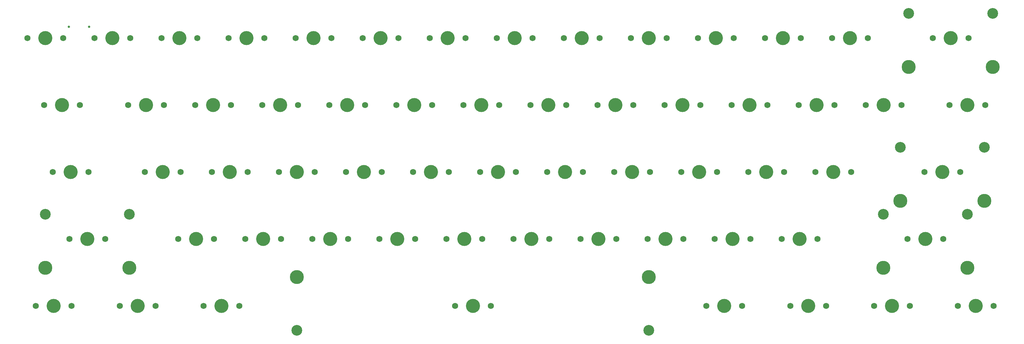
<source format=gbr>
%TF.GenerationSoftware,KiCad,Pcbnew,8.0.3*%
%TF.CreationDate,2024-12-09T14:43:39+08:00*%
%TF.ProjectId,PH60_Rev3,50483630-5f52-4657-9633-2e6b69636164,rev?*%
%TF.SameCoordinates,Original*%
%TF.FileFunction,NonPlated,1,2,NPTH,Drill*%
%TF.FilePolarity,Positive*%
%FSLAX46Y46*%
G04 Gerber Fmt 4.6, Leading zero omitted, Abs format (unit mm)*
G04 Created by KiCad (PCBNEW 8.0.3) date 2024-12-09 14:43:39*
%MOMM*%
%LPD*%
G01*
G04 APERTURE LIST*
%TA.AperFunction,ComponentDrill*%
%ADD10C,0.650000*%
%TD*%
%TA.AperFunction,ComponentDrill*%
%ADD11C,1.750000*%
%TD*%
%TA.AperFunction,ComponentDrill*%
%ADD12C,3.048000*%
%TD*%
%TA.AperFunction,ComponentDrill*%
%ADD13C,3.987800*%
%TD*%
%TA.AperFunction,ComponentDrill*%
%ADD14C,4.000000*%
%TD*%
G04 APERTURE END LIST*
D10*
%TO.C,J1*%
X44735000Y-34855000D03*
X50515000Y-34855000D03*
D11*
%TO.C,S1*%
X33020000Y-38100000D03*
%TO.C,S54*%
X35401250Y-114300000D03*
%TO.C,S15*%
X37782500Y-57150000D03*
%TO.C,S29*%
X40163750Y-76200000D03*
%TO.C,S1*%
X43180000Y-38100000D03*
%TO.C,S42*%
X44926250Y-95250000D03*
%TO.C,S54*%
X45561250Y-114300000D03*
%TO.C,S15*%
X47942500Y-57150000D03*
%TO.C,S29*%
X50323750Y-76200000D03*
%TO.C,S2*%
X52070000Y-38100000D03*
%TO.C,S42*%
X55086250Y-95250000D03*
%TO.C,S55*%
X59213750Y-114300000D03*
%TO.C,S16*%
X61595000Y-57150000D03*
%TO.C,S2*%
X62230000Y-38100000D03*
%TO.C,S30*%
X66357500Y-76200000D03*
%TO.C,S55*%
X69373750Y-114300000D03*
%TO.C,S3*%
X71120000Y-38100000D03*
%TO.C,S16*%
X71755000Y-57150000D03*
%TO.C,S43*%
X75882500Y-95250000D03*
%TO.C,S30*%
X76517500Y-76200000D03*
%TO.C,S17*%
X80645000Y-57150000D03*
%TO.C,S3*%
X81280000Y-38100000D03*
%TO.C,S56*%
X83026250Y-114300000D03*
%TO.C,S31*%
X85407500Y-76200000D03*
%TO.C,S43*%
X86042500Y-95250000D03*
%TO.C,S4*%
X90170000Y-38100000D03*
%TO.C,S17*%
X90805000Y-57150000D03*
%TO.C,S56*%
X93186250Y-114300000D03*
%TO.C,S44*%
X94932500Y-95250000D03*
%TO.C,S31*%
X95567500Y-76200000D03*
%TO.C,S18*%
X99695000Y-57150000D03*
%TO.C,S4*%
X100330000Y-38100000D03*
%TO.C,S32*%
X104457500Y-76200000D03*
%TO.C,S44*%
X105092500Y-95250000D03*
%TO.C,S5*%
X109220000Y-38100000D03*
%TO.C,S18*%
X109855000Y-57150000D03*
%TO.C,S45*%
X113982500Y-95250000D03*
%TO.C,S32*%
X114617500Y-76200000D03*
%TO.C,S19*%
X118745000Y-57150000D03*
%TO.C,S5*%
X119380000Y-38100000D03*
%TO.C,S33*%
X123507500Y-76200000D03*
%TO.C,S45*%
X124142500Y-95250000D03*
%TO.C,S6*%
X128270000Y-38100000D03*
%TO.C,S19*%
X128905000Y-57150000D03*
%TO.C,S46*%
X133032500Y-95250000D03*
%TO.C,S33*%
X133667500Y-76200000D03*
%TO.C,S20*%
X137795000Y-57150000D03*
%TO.C,S6*%
X138430000Y-38100000D03*
%TO.C,S34*%
X142557500Y-76200000D03*
%TO.C,S46*%
X143192500Y-95250000D03*
%TO.C,S7*%
X147320000Y-38100000D03*
%TO.C,S20*%
X147955000Y-57150000D03*
%TO.C,S47*%
X152082500Y-95250000D03*
%TO.C,S34*%
X152717500Y-76200000D03*
%TO.C,S57*%
X154463750Y-114300000D03*
%TO.C,S21*%
X156845000Y-57150000D03*
%TO.C,S7*%
X157480000Y-38100000D03*
%TO.C,S35*%
X161607500Y-76200000D03*
%TO.C,S47*%
X162242500Y-95250000D03*
%TO.C,S57*%
X164623750Y-114300000D03*
%TO.C,S8*%
X166370000Y-38100000D03*
%TO.C,S21*%
X167005000Y-57150000D03*
%TO.C,S48*%
X171132500Y-95250000D03*
%TO.C,S35*%
X171767500Y-76200000D03*
%TO.C,S22*%
X175895000Y-57150000D03*
%TO.C,S8*%
X176530000Y-38100000D03*
%TO.C,S36*%
X180657500Y-76200000D03*
%TO.C,S48*%
X181292500Y-95250000D03*
%TO.C,S9*%
X185420000Y-38100000D03*
%TO.C,S22*%
X186055000Y-57150000D03*
%TO.C,S49*%
X190182500Y-95250000D03*
%TO.C,S36*%
X190817500Y-76200000D03*
%TO.C,S23*%
X194945000Y-57150000D03*
%TO.C,S9*%
X195580000Y-38100000D03*
%TO.C,S37*%
X199707500Y-76200000D03*
%TO.C,S49*%
X200342500Y-95250000D03*
%TO.C,S10*%
X204470000Y-38100000D03*
%TO.C,S23*%
X205105000Y-57150000D03*
%TO.C,S50*%
X209232500Y-95250000D03*
%TO.C,S37*%
X209867500Y-76200000D03*
%TO.C,S24*%
X213995000Y-57150000D03*
%TO.C,S10*%
X214630000Y-38100000D03*
%TO.C,S38*%
X218757500Y-76200000D03*
%TO.C,S50*%
X219392500Y-95250000D03*
%TO.C,S11*%
X223520000Y-38100000D03*
%TO.C,S24*%
X224155000Y-57150000D03*
%TO.C,S58*%
X225901250Y-114300000D03*
%TO.C,S51*%
X228282500Y-95250000D03*
%TO.C,S38*%
X228917500Y-76200000D03*
%TO.C,S25*%
X233045000Y-57150000D03*
%TO.C,S11*%
X233680000Y-38100000D03*
%TO.C,S58*%
X236061250Y-114300000D03*
%TO.C,S39*%
X237807500Y-76200000D03*
%TO.C,S51*%
X238442500Y-95250000D03*
%TO.C,S12*%
X242570000Y-38100000D03*
%TO.C,S25*%
X243205000Y-57150000D03*
%TO.C,S52*%
X247332500Y-95250000D03*
%TO.C,S39*%
X247967500Y-76200000D03*
%TO.C,S59*%
X249713750Y-114300000D03*
%TO.C,S26*%
X252095000Y-57150000D03*
%TO.C,S12*%
X252730000Y-38100000D03*
%TO.C,S40*%
X256857500Y-76200000D03*
%TO.C,S52*%
X257492500Y-95250000D03*
%TO.C,S59*%
X259873750Y-114300000D03*
%TO.C,S13*%
X261620000Y-38100000D03*
%TO.C,S26*%
X262255000Y-57150000D03*
%TO.C,S40*%
X267017500Y-76200000D03*
%TO.C,S27*%
X271145000Y-57150000D03*
%TO.C,S13*%
X271780000Y-38100000D03*
%TO.C,S60*%
X273526250Y-114300000D03*
%TO.C,S27*%
X281305000Y-57150000D03*
%TO.C,S53*%
X283051250Y-95250000D03*
%TO.C,S60*%
X283686250Y-114300000D03*
%TO.C,S41*%
X287813750Y-76200000D03*
%TO.C,S14*%
X290195000Y-38100000D03*
%TO.C,S53*%
X293211250Y-95250000D03*
%TO.C,S28*%
X294957500Y-57150000D03*
%TO.C,S61*%
X297338750Y-114300000D03*
%TO.C,S41*%
X297973750Y-76200000D03*
%TO.C,S14*%
X300355000Y-38100000D03*
%TO.C,S28*%
X305117500Y-57150000D03*
%TO.C,S61*%
X307498750Y-114300000D03*
D12*
%TO.C,ST3*%
X38068250Y-88265000D03*
X61944250Y-88265000D03*
%TO.C,ST4*%
X109543750Y-121285000D03*
X209543750Y-121285000D03*
%TO.C,ST2*%
X276193300Y-88265000D03*
%TO.C,ST1*%
X280955800Y-69215000D03*
%TO.C,ST0*%
X283337000Y-31115000D03*
%TO.C,ST2*%
X300069300Y-88265000D03*
%TO.C,ST1*%
X304831800Y-69215000D03*
%TO.C,ST0*%
X307213000Y-31115000D03*
D13*
%TO.C,ST3*%
X38068250Y-103475000D03*
X61944250Y-103475000D03*
%TO.C,ST4*%
X109543750Y-106075000D03*
X209543750Y-106075000D03*
%TO.C,ST2*%
X276193300Y-103475000D03*
%TO.C,ST1*%
X280955800Y-84425000D03*
%TO.C,ST0*%
X283337000Y-46325000D03*
%TO.C,ST2*%
X300069300Y-103475000D03*
%TO.C,ST1*%
X304831800Y-84425000D03*
%TO.C,ST0*%
X307213000Y-46325000D03*
D14*
%TO.C,S1*%
X38100000Y-38100000D03*
%TO.C,S54*%
X40481250Y-114300000D03*
%TO.C,S15*%
X42862500Y-57150000D03*
%TO.C,S29*%
X45243750Y-76200000D03*
%TO.C,S42*%
X50006250Y-95250000D03*
%TO.C,S2*%
X57150000Y-38100000D03*
%TO.C,S55*%
X64293750Y-114300000D03*
%TO.C,S16*%
X66675000Y-57150000D03*
%TO.C,S30*%
X71437500Y-76200000D03*
%TO.C,S3*%
X76200000Y-38100000D03*
%TO.C,S43*%
X80962500Y-95250000D03*
%TO.C,S17*%
X85725000Y-57150000D03*
%TO.C,S56*%
X88106250Y-114300000D03*
%TO.C,S31*%
X90487500Y-76200000D03*
%TO.C,S4*%
X95250000Y-38100000D03*
%TO.C,S44*%
X100012500Y-95250000D03*
%TO.C,S18*%
X104775000Y-57150000D03*
%TO.C,S32*%
X109537500Y-76200000D03*
%TO.C,S5*%
X114300000Y-38100000D03*
%TO.C,S45*%
X119062500Y-95250000D03*
%TO.C,S19*%
X123825000Y-57150000D03*
%TO.C,S33*%
X128587500Y-76200000D03*
%TO.C,S6*%
X133350000Y-38100000D03*
%TO.C,S46*%
X138112500Y-95250000D03*
%TO.C,S20*%
X142875000Y-57150000D03*
%TO.C,S34*%
X147637500Y-76200000D03*
%TO.C,S7*%
X152400000Y-38100000D03*
%TO.C,S47*%
X157162500Y-95250000D03*
%TO.C,S57*%
X159543750Y-114300000D03*
%TO.C,S21*%
X161925000Y-57150000D03*
%TO.C,S35*%
X166687500Y-76200000D03*
%TO.C,S8*%
X171450000Y-38100000D03*
%TO.C,S48*%
X176212500Y-95250000D03*
%TO.C,S22*%
X180975000Y-57150000D03*
%TO.C,S36*%
X185737500Y-76200000D03*
%TO.C,S9*%
X190500000Y-38100000D03*
%TO.C,S49*%
X195262500Y-95250000D03*
%TO.C,S23*%
X200025000Y-57150000D03*
%TO.C,S37*%
X204787500Y-76200000D03*
%TO.C,S10*%
X209550000Y-38100000D03*
%TO.C,S50*%
X214312500Y-95250000D03*
%TO.C,S24*%
X219075000Y-57150000D03*
%TO.C,S38*%
X223837500Y-76200000D03*
%TO.C,S11*%
X228600000Y-38100000D03*
%TO.C,S58*%
X230981250Y-114300000D03*
%TO.C,S51*%
X233362500Y-95250000D03*
%TO.C,S25*%
X238125000Y-57150000D03*
%TO.C,S39*%
X242887500Y-76200000D03*
%TO.C,S12*%
X247650000Y-38100000D03*
%TO.C,S52*%
X252412500Y-95250000D03*
%TO.C,S59*%
X254793750Y-114300000D03*
%TO.C,S26*%
X257175000Y-57150000D03*
%TO.C,S40*%
X261937500Y-76200000D03*
%TO.C,S13*%
X266700000Y-38100000D03*
%TO.C,S27*%
X276225000Y-57150000D03*
%TO.C,S60*%
X278606250Y-114300000D03*
%TO.C,S53*%
X288131250Y-95250000D03*
%TO.C,S41*%
X292893750Y-76200000D03*
%TO.C,S14*%
X295275000Y-38100000D03*
%TO.C,S28*%
X300037500Y-57150000D03*
%TO.C,S61*%
X302418750Y-114300000D03*
M02*

</source>
